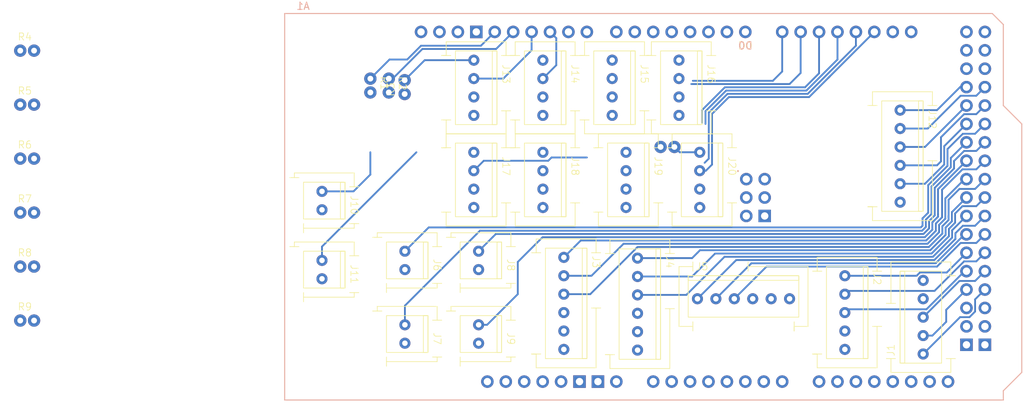
<source format=kicad_pcb>
(kicad_pcb (version 20240108) (generator "pcbnew") (generator_version "8.0")
  (layers (0 "F.Cu" signal) (31 "B.Cu" signal) (34 "B.Paste" user) (35 "F.Paste" user) (36 "B.SilkS" user "B.Silkscreen") (37 "F.SilkS" user "F.Silkscreen") (38 "B.Mask" user) (39 "F.Mask" user) (44 "Edge.Cuts" user))
  (net 0 "")
  (net 23 "KD1")
  (net 24 "Net-(A1-PadD42)")
  (net 25 "KD7")
  (net 26 "Net-(A1-PadD5)")
  (net 27 "Net-(A1-D3_INT1)")
  (net 28 "Net-(A1-PadD33)")
  (net 29 "Net-(A1-PadD27)")
  (net 30 "KD5")
  (net 31 "KD6")
  (net 32 "Net-(A1-PadD40)")
  (net 33 "Net-(A1-PadD30)")
  (net 34 "Net-(A1-PadD29)")
  (net 35 "Net-(A1-PadD9)")
  (net 36 "KD8")
  (net 37 "Net-(A1-PadD31)")
  (net 38 "Net-(A1-PadD35)")
  (net 39 "Net-(A1-PadD6)")
  (net 40 "Net-(A1-PadD36)")
  (net 47 "KD4")
  (net 48 "Net-(A1-PadD41)")
  (net 49 "Net-(A1-PadD4)")
  (net 50 "Net-(A1-PadD39)")
  (net 51 "Net-(A1-PadD8)")
  (net 52 "LED2")
  (net 53 "KD2")
  (net 54 "Net-(A1-D2_INT0)")
  (net 55 "Net-(A1-PadD32)")
  (net 56 "Net-(A1-PadD43)")
  (net 57 "Net-(A1-PadD28)")
  (net 58 "Net-(A1-PadD7)")
  (net 59 "LED1")
  (net 60 "Net-(A1-PadD26)")
  (net 62 "Net-(A1-PadD48)")
  (net 63 "Net-(A1-PadD47)")
  (net 64 "Net-(A1-PadD49)")
  (net 65 "Net-(A1-PadD45)")
  (net 68 "GND")
  (net 79 "Net-(A1-PadD46)")
  (net 80 "Net-(A1-PadD44)")
  (net 81 "KD3")
  (net 82 "Net-(A1-PadD37)")
  (net 83 "VCC")
  (net 84 "Net-(A1-PadD38)")
  (net 85 "Net-(A1-PadD34)")
  (net 87 "Net-(J10-Pad1)")
  (net 88 "Net-(J10-Pad2)")
  (net 89 "Net-(J11-Pad1)")
  (net 90 "Net-(J13-Pad1)")
  (net 91 "Net-(J14-Pad1)")
  (net 92 "Net-(J15-Pad1)")
  (net 93 "Net-(J16-Pad1)")
  (net 94 "Net-(J17-Pad1)")
  (net 95 "Net-(J18-Pad1)")
  (net 96 "Net-(J19-Pad1)")
  (net 97 "Net-(J20-Pad1)")
  (footprint "footprint_library:TE Conn - 640456-4" (layer "F.Cu") (at 125.388614 69.940957 -90)
    (property "Reference" "J13" (at 4.445 -8.255 -90) (layer "F.SilkS") (effects (font (thickness 0.1))))
    (property "Value" "KD_N1")
    (pad "1" thru_hole circle (at 2.54 -3.81 270) (size 1.524 1.524) (drill 0.762) (layers "*.Cu" "*.Mask") (net 90 "Net-(J13-Pad1)"))
    (pad "2" thru_hole circle (at 5.08 -3.81 270) (size 1.524 1.524) (drill 0.762) (layers "*.Cu" "*.Mask") (net 23 "KD1"))
    (pad "3" thru_hole circle (at 7.62 -3.81 270) (size 1.524 1.524) (drill 0.762) (layers "*.Cu" "*.Mask") (net 68 "GND"))
    (pad "4" thru_hole circle (at 10.16 -3.81 270) (size 1.524 1.524) (drill 0.762) (layers "*.Cu" "*.Mask") (net 68 "GND"))
  )
  (footprint "footprint_library:TE Conn - 640456-6" (layer "F.Cu") (at 137.795 97.155 -90)
    (property "Reference" "J3" (at 3.175 -8.255 -90) (layer "F.SilkS") (effects (font (thickness 0.1))))
    (property "Value" "ENC_HDG")
    (pad "1" thru_hole circle (at 2.54 -3.81 270) (size 1.524 1.524) (drill 0.762) (layers "*.Cu" "*.Mask") (net 38 "Net-(A1-PadD35)"))
    (pad "2" thru_hole circle (at 5.08 -3.81 270) (size 1.524 1.524) (drill 0.762) (layers "*.Cu" "*.Mask") (net 40 "Net-(A1-PadD36)"))
    (pad "3" thru_hole circle (at 7.62 -3.81 270) (size 1.524 1.524) (drill 0.762) (layers "*.Cu" "*.Mask") (net 82 "Net-(A1-PadD37)"))
    (pad "4" thru_hole circle (at 10.16 -3.81 270) (size 1.524 1.524) (drill 0.762) (layers "*.Cu" "*.Mask") (net 68 "GND"))
    (pad "5" thru_hole circle (at 12.7 -3.81 270) (size 1.524 1.524) (drill 0.762) (layers "*.Cu" "*.Mask") (net 68 "GND"))
    (pad "6" thru_hole circle (at 15.24 -3.81 270) (size 1.524 1.524) (drill 0.762) (layers "*.Cu" "*.Mask") (net 68 "GND"))
  )
  (footprint "footprint_library:xs resistor PT" (layer "F.Cu") (at 64.135 73.705)
    (property "Reference" "R4" (at 3.175 -4.445 0) (layer "F.SilkS") (effects (font (thickness 0.1))))
    (property "Value" "100R")
    (pad "1" thru_hole circle (at 2.54 -2.54) (size 1.7 1.7) (drill 0.8) (layers "*.Cu" "*.Mask") (net 27 "Net-(A1-D3_INT1)"))
    (pad "2" thru_hole circle (at 4.445 -2.54) (size 1.7 1.7) (drill 0.8) (layers "*.Cu" "*.Mask") (net 91 "Net-(J14-Pad1)"))
  )
  (footprint "footprint_library:TE Conn - 640456-2" (layer "F.Cu") (at 126.0475 96.3025 -90)
    (property "Reference" "J8" (at 4.445 -8.255 -90) (layer "F.SilkS") (effects (font (thickness 0.1))))
    (property "Value" "PSH_CO")
    (pad "1" thru_hole circle (at 2.54 -3.81 270) (size 1.524 1.524) (drill 0.762) (layers "*.Cu" "*.Mask") (net 28 "Net-(A1-PadD33)"))
    (pad "2" thru_hole circle (at 5.08 -3.81 270) (size 1.524 1.524) (drill 0.762) (layers "*.Cu" "*.Mask") (net 68 "GND"))
  )
  (footprint "footprint_library:xs resistor PT" (layer "F.Cu") (at 64.135 88.605)
    (property "Reference" "R6" (at 3.175 -4.445 0) (layer "F.SilkS") (effects (font (thickness 0.1))))
    (property "Value" "100R")
    (pad "1" thru_hole circle (at 2.54 -2.54) (size 1.7 1.7) (drill 0.8) (layers "*.Cu" "*.Mask") (net 26 "Net-(A1-PadD5)"))
    (pad "2" thru_hole circle (at 4.445 -2.54) (size 1.7 1.7) (drill 0.8) (layers "*.Cu" "*.Mask") (net 93 "Net-(J16-Pad1)"))
  )
  (footprint "footprint_library:TE Conn - 640456-4" (layer "F.Cu") (at 144.459602 69.936327 -90)
    (property "Reference" "J15" (at 4.445 -8.255 -90) (layer "F.SilkS") (effects (font (thickness 0.1))))
    (property "Value" "KD_LVL_CHG")
    (pad "1" thru_hole circle (at 2.54 -3.81 270) (size 1.524 1.524) (drill 0.762) (layers "*.Cu" "*.Mask") (net 92 "Net-(J15-Pad1)"))
    (pad "2" thru_hole circle (at 5.08 -3.81 270) (size 1.524 1.524) (drill 0.762) (layers "*.Cu" "*.Mask") (net 81 "KD3"))
    (pad "3" thru_hole circle (at 7.62 -3.81 270) (size 1.524 1.524) (drill 0.762) (layers "*.Cu" "*.Mask") (net 68 "GND"))
    (pad "4" thru_hole circle (at 10.16 -3.81 270) (size 1.524 1.524) (drill 0.762) (layers "*.Cu" "*.Mask") (net 68 "GND"))
  )
  (footprint "PCM_arduino-library:Arduino_Mega2560_R3_Shield" (layer "F.Cu") (at 103.124 119.38)
    (property "Reference" "A1" (at 2.54 -54.356 0) (layer "B.SilkS") (effects (justify mirror)))
    (property "Value" "Arduino_Mega2560_R3_Shield")
    (fp_text user "D0" (at 63.5 -48.895 0) (layer "B.SilkS") (effects (justify mirror)))
    (fp_text user "." (at 62.484 -32.004 0) (layer "B.SilkS"))
    (fp_text user "D0" (at 63.5 -48.895 0) (layer "F.SilkS"))
    (fp_text user "." (at 62.484 -32.004 0) (layer "F.SilkS"))
    (pad "" np_thru_hole circle (at 13.97 -2.54) (size 3.2 3.2) (drill 3.2) (layers "*.Cu" "*.Mask"))
    (pad "" np_thru_hole circle (at 15.24 -50.8) (size 3.2 3.2) (drill 3.2) (layers "*.Cu" "*.Mask"))
    (pad "" thru_hole oval (at 27.94 -2.54) (size 1.7272 1.7272) (drill 1.016) (layers "*.Cu" "*.Mask"))
    (pad "" np_thru_hole circle (at 66.04 -35.56) (size 3.2 3.2) (drill 3.2) (layers "*.Cu" "*.Mask"))
    (pad "" np_thru_hole circle (at 66.04 -7.62) (size 3.2 3.2) (drill 3.2) (layers "*.Cu" "*.Mask"))
    (pad "" np_thru_hole circle (at 90.17 -50.8) (size 3.2 3.2) (drill 3.2) (layers "*.Cu" "*.Mask"))
    (pad "" np_thru_hole circle (at 96.52 -2.54) (size 3.2 3.2) (drill 3.2) (layers "*.Cu" "*.Mask"))
    (pad "3V3" thru_hole oval (at 35.56 -2.54) (size 1.7272 1.7272) (drill 1.016) (layers "*.Cu" "*.Mask"))
    (pad "5V1" thru_hole oval (at 38.1 -2.54) (size 1.7272 1.7272) (drill 1.016) (layers "*.Cu" "*.Mask"))
    (pad "5V2" thru_hole oval (at 66.167 -30.48) (size 1.7272 1.7272) (drill 1.016) (layers "*.Cu" "*.Mask"))
    (pad "5V3" thru_hole oval (at 93.98 -50.8) (size 1.7272 1.7272) (drill 1.016) (layers "*.Cu" "*.Mask") (net 83 "VCC"))
    (pad "5V4" thru_hole oval (at 96.52 -50.8) (size 1.7272 1.7272) (drill 1.016) (layers "*.Cu" "*.Mask"))
    (pad "A0" thru_hole oval (at 50.8 -2.54) (size 1.7272 1.7272) (drill 1.016) (layers "*.Cu" "*.Mask"))
    (pad "A1" thru_hole oval (at 53.34 -2.54) (size 1.7272 1.7272) (drill 1.016) (layers "*.Cu" "*.Mask"))
    (pad "A2" thru_hole oval (at 55.88 -2.54) (size 1.7272 1.7272) (drill 1.016) (layers "*.Cu" "*.Mask"))
    (pad "A3" thru_hole oval (at 58.42 -2.54) (size 1.7272 1.7272) (drill 1.016) (layers "*.Cu" "*.Mask"))
    (pad "A4" thru_hole oval (at 60.96 -2.54) (size 1.7272 1.7272) (drill 1.016) (layers "*.Cu" "*.Mask"))
    (pad "A5" thru_hole oval (at 63.5 -2.54) (size 1.7272 1.7272) (drill 1.016) (layers "*.Cu" "*.Mask"))
    (pad "A6" thru_hole oval (at 66.04 -2.54) (size 1.7272 1.7272) (drill 1.016) (layers "*.Cu" "*.Mask"))
    (pad "A7" thru_hole oval (at 68.58 -2.54) (size 1.7272 1.7272) (drill 1.016) (layers "*.Cu" "*.Mask"))
    (pad "A8" thru_hole oval (at 73.66 -2.54) (size 1.7272 1.7272) (drill 1.016) (layers "*.Cu" "*.Mask"))
    (pad "A9" thru_hole oval (at 76.2 -2.54) (size 1.7272 1.7272) (drill 1.016) (layers "*.Cu" "*.Mask"))
    (pad "A10" thru_hole oval (at 78.74 -2.54) (size 1.7272 1.7272) (drill 1.016) (layers "*.Cu" "*.Mask"))
    (pad "A11" thru_hole oval (at 81.28 -2.54) (size 1.7272 1.7272) (drill 1.016) (layers "*.Cu" "*.Mask"))
    (pad "A12" thru_hole oval (at 83.82 -2.54) (size 1.7272 1.7272) (drill 1.016) (layers "*.Cu" "*.Mask"))
    (pad "A13" thru_hole oval (at 86.36 -2.54) (size 1.7272 1.7272) (drill 1.016) (layers "*.Cu" "*.Mask"))
    (pad "A14" thru_hole oval (at 88.9 -2.54) (size 1.7272 1.7272) (drill 1.016) (layers "*.Cu" "*.Mask"))
    (pad "A15" thru_hole oval (at 91.44 -2.54) (size 1.7272 1.7272) (drill 1.016) (layers "*.Cu" "*.Mask"))
    (pad "AREF" thru_hole oval (at 23.876 -50.8) (size 1.7272 1.7272) (drill 1.016) (layers "*.Cu" "*.Mask"))
    (pad "D0" thru_hole oval (at 63.5 -50.8) (size 1.7272 1.7272) (drill 1.016) (layers "*.Cu" "*.Mask"))
    (pad "D1" thru_hole oval (at 60.96 -50.8) (size 1.7272 1.7272) (drill 1.016) (layers "*.Cu" "*.Mask"))
    (pad "D2" thru_hole oval (at 58.42 -50.8) (size 1.7272 1.7272) (drill 1.016) (layers "*.Cu" "*.Mask") (net 54 "Net-(A1-D2_INT0)"))
    (pad "D3" thru_hole oval (at 55.88 -50.8) (size 1.7272 1.7272) (drill 1.016) (layers "*.Cu" "*.Mask") (net 27 "Net-(A1-D3_INT1)"))
    (pad "D4" thru_hole oval (at 53.34 -50.8) (size 1.7272 1.7272) (drill 1.016) (layers "*.Cu" "*.Mask") (net 49 "Net-(A1-PadD4)"))
    (pad "D5" thru_hole oval (at 50.8 -50.8) (size 1.7272 1.7272) (drill 1.016) (layers "*.Cu" "*.Mask") (net 26 "Net-(A1-PadD5)"))
    (pad "D6" thru_hole oval (at 48.26 -50.8) (size 1.7272 1.7272) (drill 1.016) (layers "*.Cu" "*.Mask") (net 39 "Net-(A1-PadD6)"))
    (pad "D7" thru_hole oval (at 45.72 -50.8) (size 1.7272 1.7272) (drill 1.016) (layers "*.Cu" "*.Mask") (net 58 "Net-(A1-PadD7)"))
    (pad "D8" thru_hole oval (at 41.656 -50.8) (size 1.7272 1.7272) (drill 1.016) (layers "*.Cu" "*.Mask") (net 51 "Net-(A1-PadD8)"))
    (pad "D9" thru_hole oval (at 39.116 -50.8) (size 1.7272 1.7272) (drill 1.016) (layers "*.Cu" "*.Mask") (net 35 "Net-(A1-PadD9)"))
    (pad "D10" thru_hole oval (at 36.576 -50.8) (size 1.7272 1.7272) (drill 1.016) (layers "*.Cu" "*.Mask") (net 53 "KD2"))
    (pad "D11" thru_hole oval (at 34.036 -50.8) (size 1.7272 1.7272) (drill 1.016) (layers "*.Cu" "*.Mask") (net 23 "KD1"))
    (pad "D12" thru_hole oval (at 31.496 -50.8) (size 1.7272 1.7272) (drill 1.016) (layers "*.Cu" "*.Mask") (net 52 "LED2"))
    (pad "D13" thru_hole oval (at 28.956 -50.8) (size 1.7272 1.7272) (drill 1.016) (layers "*.Cu" "*.Mask") (net 59 "LED1"))
    (pad "D14" thru_hole oval (at 68.58 -50.8) (size 1.7272 1.7272) (drill 1.016) (layers "*.Cu" "*.Mask") (net 81 "KD3"))
    (pad "D15" thru_hole oval (at 71.12 -50.8) (size 1.7272 1.7272) (drill 1.016) (layers "*.Cu" "*.Mask") (net 47 "KD4"))
    (pad "D16" thru_hole oval (at 73.66 -50.8) (size 1.7272 1.7272) (drill 1.016) (layers "*.Cu" "*.Mask") (net 30 "KD5"))
    (pad "D17" thru_hole oval (at 76.2 -50.8) (size 1.7272 1.7272) (drill 1.016) (layers "*.Cu" "*.Mask") (net 31 "KD6"))
    (pad "D18" thru_hole oval (at 78.74 -50.8) (size 1.7272 1.7272) (drill 1.016) (layers "*.Cu" "*.Mask") (net 25 "KD7"))
    (pad "D19" thru_hole oval (at 81.28 -50.8) (size 1.7272 1.7272) (drill 1.016) (layers "*.Cu" "*.Mask") (net 36 "KD8"))
    (pad "D20" thru_hole oval (at 83.82 -50.8) (size 1.7272 1.7272) (drill 1.016) (layers "*.Cu" "*.Mask"))
    (pad "D21" thru_hole oval (at 86.36 -50.8) (size 1.7272 1.7272) (drill 1.016) (layers "*.Cu" "*.Mask"))
    (pad "D22" thru_hole oval (at 93.98 -48.26) (size 1.7272 1.7272) (drill 1.016) (layers "*.Cu" "*.Mask"))
    (pad "D23" thru_hole oval (at 96.52 -48.26) (size 1.7272 1.7272) (drill 1.016) (layers "*.Cu" "*.Mask"))
    (pad "D24" thru_hole oval (at 93.98 -45.72) (size 1.7272 1.7272) (drill 1.016) (layers "*.Cu" "*.Mask"))
    (pad "D25" thru_hole oval (at 96.52 -45.72) (size 1.7272 1.7272) (drill 1.016) (layers "*.Cu" "*.Mask"))
    (pad "D26" thru_hole oval (at 93.98 -43.18) (size 1.7272 1.7272) (drill 1.016) (layers "*.Cu" "*.Mask") (net 60 "Net-(A1-PadD26)"))
    (pad "D27" thru_hole oval (at 96.52 -43.18) (size 1.7272 1.7272) (drill 1.016) (layers "*.Cu" "*.Mask") (net 29 "Net-(A1-PadD27)"))
    (pad "D28" thru_hole oval (at 93.98 -40.64) (size 1.7272 1.7272) (drill 1.016) (layers "*.Cu" "*.Mask") (net 57 "Net-(A1-PadD28)"))
    (pad "D29" thru_hole oval (at 96.52 -40.64) (size 1.7272 1.7272) (drill 1.016) (layers "*.Cu" "*.Mask") (net 34 "Net-(A1-PadD29)"))
    (pad "D30" thru_hole oval (at 93.98 -38.1) (size 1.7272 1.7272) (drill 1.016) (layers "*.Cu" "*.Mask") (net 33 "Net-(A1-PadD30)"))
    (pad "D31" thru_hole oval (at 96.52 -38.1) (size 1.7272 1.7272) (drill 1.016) (layers "*.Cu" "*.Mask") (net 37 "Net-(A1-PadD31)"))
    (pad "D32" thru_hole oval (at 93.98 -35.56) (size 1.7272 1.7272) (drill 1.016) (layers "*.Cu" "*.Mask") (net 55 "Net-(A1-PadD32)"))
    (pad "D33" thru_hole oval (at 96.52 -35.56) (size 1.7272 1.7272) (drill 1.016) (layers "*.Cu" "*.Mask") (net 28 "Net-(A1-PadD33)"))
    (pad "D34" thru_hole oval (at 93.98 -33.02) (size 1.7272 1.7272) (drill 1.016) (layers "*.Cu" "*.Mask") (net 85 "Net-(A1-PadD34)"))
    (pad "D35" thru_hole oval (at 96.52 -33.02) (size 1.7272 1.7272) (drill 1.016) (layers "*.Cu" "*.Mask") (net 38 "Net-(A1-PadD35)"))
    (pad "D36" thru_hole oval (at 93.98 -30.48) (size 1.7272 1.7272) (drill 1.016) (layers "*.Cu" "*.Mask") (net 40 "Net-(A1-PadD36)"))
    (pad "D37" thru_hole oval (at 96.52 -30.48) (size 1.7272 1.7272) (drill 1.016) (layers "*.Cu" "*.Mask") (net 82 "Net-(A1-PadD37)"))
    (pad "D38" thru_hole oval (at 93.98 -27.94) (size 1.7272 1.7272) (drill 1.016) (layers "*.Cu" "*.Mask") (net 84 "Net-(A1-PadD38)"))
    (pad "D39" thru_hole oval (at 96.52 -27.94) (size 1.7272 1.7272) (drill 1.016) (layers "*.Cu" "*.Mask") (net 50 "Net-(A1-PadD39)"))
    (pad "D40" thru_hole oval (at 93.98 -25.4) (size 1.7272 1.7272) (drill 1.016) (layers "*.Cu" "*.Mask") (net 32 "Net-(A1-PadD40)"))
    (pad "D41" thru_hole oval (at 96.52 -25.4) (size 1.7272 1.7272) (drill 1.016) (layers "*.Cu" "*.Mask") (net 48 "Net-(A1-PadD41)"))
    (pad "D42" thru_hole oval (at 93.98 -22.86) (size 1.7272 1.7272) (drill 1.016) (layers "*.Cu" "*.Mask") (net 24 "Net-(A1-PadD42)"))
    (pad "D43" thru_hole oval (at 96.52 -22.86) (size 1.7272 1.7272) (drill 1.016) (layers "*.Cu" "*.Mask") (net 56 "Net-(A1-PadD43)"))
    (pad "D44" thru_hole oval (at 93.98 -20.32) (size 1.7272 1.7272) (drill 1.016) (layers "*.Cu" "*.Mask") (net 80 "Net-(A1-PadD44)"))
    (pad "D45" thru_hole oval (at 96.52 -20.32) (size 1.7272 1.7272) (drill 1.016) (layers "*.Cu" "*.Mask") (net 65 "Net-(A1-PadD45)"))
    (pad "D46" thru_hole oval (at 93.98 -17.78) (size 1.7272 1.7272) (drill 1.016) (layers "*.Cu" "*.Mask") (net 79 "Net-(A1-PadD46)"))
    (pad "D47" thru_hole oval (at 96.52 -17.78) (size 1.7272 1.7272) (drill 1.016) (layers "*.Cu" "*.Mask") (net 63 "Net-(A1-PadD47)"))
    (pad "D48" thru_hole oval (at 93.98 -15.24) (size 1.7272 1.7272) (drill 1.016) (layers "*.Cu" "*.Mask") (net 62 "Net-(A1-PadD48)"))
    (pad "D49" thru_hole oval (at 96.52 -15.24) (size 1.7272 1.7272) (drill 1.016) (layers "*.Cu" "*.Mask") (net 64 "Net-(A1-PadD49)"))
    (pad "D50" thru_hole oval (at 93.98 -12.7) (size 1.7272 1.7272) (drill 1.016) (layers "*.Cu" "*.Mask"))
    (pad "D51" thru_hole oval (at 96.52 -12.7) (size 1.7272 1.7272) (drill 1.016) (layers "*.Cu" "*.Mask"))
    (pad "D52" thru_hole oval (at 93.98 -10.16) (size 1.7272 1.7272) (drill 1.016) (layers "*.Cu" "*.Mask"))
    (pad "D53" thru_hole oval (at 96.52 -10.16) (size 1.7272 1.7272) (drill 1.016) (layers "*.Cu" "*.Mask"))
    (pad "GND1" thru_hole rect (at 26.416 -50.8) (size 1.7272 1.7272) (drill 1.016) (layers "*.Cu" "*.Mask") (net 68 "GND"))
    (pad "GND2" thru_hole rect (at 40.64 -2.54) (size 1.7272 1.7272) (drill 1.016) (layers "*.Cu" "*.Mask") (net 68 "GND"))
    (pad "GND3" thru_hole rect (at 43.18 -2.54) (size 1.7272 1.7272) (drill 1.016) (layers "*.Cu" "*.Mask") (net 68 "GND"))
    (pad "GND4" thru_hole rect (at 66.167 -25.4) (size 1.7272 1.7272) (drill 1.016) (layers "*.Cu" "*.Mask") (net 68 "GND"))
    (pad "GND5" thru_hole rect (at 93.98 -7.62) (size 1.7272 1.7272) (drill 1.016) (layers "*.Cu" "*.Mask") (net 68 "GND"))
    (pad "GND6" thru_hole rect (at 96.52 -7.62) (size 1.7272 1.7272) (drill 1.016) (layers "*.Cu" "*.Mask") (net 68 "GND"))
    (pad "IORF" thru_hole oval (at 30.48 -2.54) (size 1.7272 1.7272) (drill 1.016) (layers "*.Cu" "*.Mask"))
    (pad "MISO" thru_hole oval (at 63.627 -30.48) (size 1.7272 1.7272) (drill 1.016) (layers "*.Cu" "*.Mask"))
    (pad "MOSI" thru_hole oval (at 66.167 -27.94) (size 1.7272 1.7272) (drill 1.016) (layers "*.Cu" "*.Mask"))
    (pad "RST1" thru_hole oval (at 33.02 -2.54) (size 1.7272 1.7272) (drill 1.016) (layers "*.Cu" "*.Mask"))
    (pad "RST2" thru_hole oval (at 63.627 -25.4) (size 1.7272 1.7272) (drill 1.016) (layers "*.Cu" "*.Mask"))
    (pad "SCK" thru_hole oval (at 63.627 -27.94) (size 1.7272 1.7272) (drill 1.016) (layers "*.Cu" "*.Mask"))
    (pad "SCL" thru_hole oval (at 18.796 -50.8) (size 1.7272 1.7272) (drill 1.016) (layers "*.Cu" "*.Mask"))
    (pad "SDA" thru_hole oval (at 21.336 -50.8) (size 1.7272 1.7272) (drill 1.016) (layers "*.Cu" "*.Mask"))
    (pad "VIN" thru_hole oval (at 45.72 -2.54) (size 1.7272 1.7272) (drill 1.016) (layers "*.Cu" "*.Mask"))
  )
  (footprint "footprint_library:TE Conn - 640456-4" (layer "F.Cu") (at 134.909516 82.654838 -90)
    (property "Reference" "J18" (at 4.445 -8.255 -90) (layer "F.SilkS") (effects (font (thickness 0.1))))
    (property "Value" "KD_APP")
    (pad "1" thru_hole circle (at 2.54 -3.81 270) (size 1.524 1.524) (drill 0.762) (layers "*.Cu" "*.Mask") (net 95 "Net-(J18-Pad1)"))
    (pad "2" thru_hole circle (at 5.08 -3.81 270) (size 1.524 1.524) (drill 0.762) (layers "*.Cu" "*.Mask") (net 31 "KD6"))
    (pad "3" thru_hole circle (at 7.62 -3.81 270) (size 1.524 1.524) (drill 0.762) (layers "*.Cu" "*.Mask") (net 68 "GND"))
    (pad "4" thru_hole circle (at 10.16 -3.81 270) (size 1.524 1.524) (drill 0.762) (layers "*.Cu" "*.Mask") (net 68 "GND"))
  )
  (footprint "footprint_library:TE Conn - 640456-4" (layer "F.Cu") (at 146.3675 82.65 -90)
    (property "Reference" "J19" (at 4.445 -8.255 -90) (layer "F.SilkS") (effects (font (thickness 0.1))))
    (property "Value" "KD_VOR_LOC")
    (pad "1" thru_hole circle (at 2.54 -3.81 270) (size 1.524 1.524) (drill 0.762) (layers "*.Cu" "*.Mask") (net 96 "Net-(J19-Pad1)"))
    (pad "2" thru_hole circle (at 5.08 -3.81 270) (size 1.524 1.524) (drill 0.762) (layers "*.Cu" "*.Mask") (net 25 "KD7"))
    (pad "3" thru_hole circle (at 7.62 -3.81 270) (size 1.524 1.524) (drill 0.762) (layers "*.Cu" "*.Mask") (net 68 "GND"))
    (pad "4" thru_hole circle (at 10.16 -3.81 270) (size 1.524 1.524) (drill 0.762) (layers "*.Cu" "*.Mask") (net 68 "GND"))
  )
  (footprint "footprint_library:TE Conn - 640456-2" (layer "F.Cu") (at 115.8875 106.4625 -90)
    (property "Reference" "J7" (at 4.445 -8.255 -90) (layer "F.SilkS") (effects (font (thickness 0.1))))
    (property "Value" "SEL_AT")
    (pad "1" thru_hole circle (at 2.54 -3.81 270) (size 1.524 1.524) (drill 0.762) (layers "*.Cu" "*.Mask") (net 55 "Net-(A1-PadD32)"))
    (pad "2" thru_hole circle (at 5.08 -3.81 270) (size 1.524 1.524) (drill 0.762) (layers "*.Cu" "*.Mask") (net 68 "GND"))
  )
  (footprint "footprint_library:TE Conn - 640456-4" (layer "F.Cu") (at 125.384614 82.654449 -90)
    (property "Reference" "J17" (at 4.445 -8.255 -90) (layer "F.SilkS") (effects (font (thickness 0.1))))
    (property "Value" "KD_HDG_SEL")
    (pad "1" thru_hole circle (at 2.54 -3.81 270) (size 1.524 1.524) (drill 0.762) (layers "*.Cu" "*.Mask") (net 94 "Net-(J17-Pad1)"))
    (pad "2" thru_hole circle (at 5.08 -3.81 270) (size 1.524 1.524) (drill 0.762) (layers "*.Cu" "*.Mask") (net 30 "KD5"))
    (pad "3" thru_hole circle (at 7.62 -3.81 270) (size 1.524 1.524) (drill 0.762) (layers "*.Cu" "*.Mask") (net 68 "GND"))
    (pad "4" thru_hole circle (at 10.16 -3.81 270) (size 1.524 1.524) (drill 0.762) (layers "*.Cu" "*.Mask") (net 68 "GND"))
  )
  (footprint "footprint_library:TE Conn - 640456-6" (layer "F.Cu") (at 157.48 109.22)
    (property "Reference" "J5" (at 3.175 -8.255 0) (layer "F.SilkS") (effects (font (thickness 0.1))))
    (property "Value" "ENC_CSE")
    (pad "1" thru_hole circle (at 2.54 -3.81) (size 1.524 1.524) (drill 0.762) (layers "*.Cu" "*.Mask") (net 48 "Net-(A1-PadD41)"))
    (pad "2" thru_hole circle (at 5.08 -3.81) (size 1.524 1.524) (drill 0.762) (layers "*.Cu" "*.Mask") (net 24 "Net-(A1-PadD42)"))
    (pad "3" thru_hole circle (at 7.62 -3.81) (size 1.524 1.524) (drill 0.762) (layers "*.Cu" "*.Mask") (net 56 "Net-(A1-PadD43)"))
    (pad "4" thru_hole circle (at 10.16 -3.81) (size 1.524 1.524) (drill 0.762) (layers "*.Cu" "*.Mask") (net 68 "GND"))
    (pad "5" thru_hole circle (at 12.7 -3.81) (size 1.524 1.524) (drill 0.762) (layers "*.Cu" "*.Mask") (net 68 "GND"))
    (pad "6" thru_hole circle (at 15.24 -3.81) (size 1.524 1.524) (drill 0.762) (layers "*.Cu" "*.Mask") (net 68 "GND"))
  )
  (footprint "footprint_library:xs resistor PT" (layer "F.Cu") (at 64.135 103.505)
    (property "Reference" "R8" (at 3.175 -4.445 0) (layer "F.SilkS") (effects (font (thickness 0.1))))
    (property "Value" "100R")
    (pad "1" thru_hole circle (at 2.54 -2.54) (size 1.7 1.7) (drill 0.8) (layers "*.Cu" "*.Mask") (net 58 "Net-(A1-PadD7)"))
    (pad "2" thru_hole circle (at 4.445 -2.54) (size 1.7 1.7) (drill 0.8) (layers "*.Cu" "*.Mask") (net 95 "Net-(J18-Pad1)"))
  )
  (footprint "footprint_library:TE Conn - 640456-6" (layer "F.Cu") (at 184.15 76.835 -90)
    (property "Reference" "J12" (at 3.81 -8.255 -90) (layer "F.SilkS") (effects (font (thickness 0.1))))
    (property "Value" "NPS_BANK_ANGLE")
    (pad "1" thru_hole circle (at 2.54 -3.81 270) (size 1.524 1.524) (drill 0.762) (layers "*.Cu" "*.Mask") (net 60 "Net-(A1-PadD26)"))
    (pad "2" thru_hole circle (at 5.08 -3.81 270) (size 1.524 1.524) (drill 0.762) (layers "*.Cu" "*.Mask") (net 29 "Net-(A1-PadD27)"))
    (pad "3" thru_hole circle (at 7.62 -3.81 270) (size 1.524 1.524) (drill 0.762) (layers "*.Cu" "*.Mask") (net 57 "Net-(A1-PadD28)"))
    (pad "4" thru_hole circle (at 10.16 -3.81 270) (size 1.524 1.524) (drill 0.762) (layers "*.Cu" "*.Mask") (net 34 "Net-(A1-PadD29)"))
    (pad "5" thru_hole circle (at 12.7 -3.81 270) (size 1.524 1.524) (drill 0.762) (layers "*.Cu" "*.Mask") (net 33 "Net-(A1-PadD30)"))
    (pad "6" thru_hole circle (at 15.24 -3.81 270) (size 1.524 1.524) (drill 0.762) (layers "*.Cu" "*.Mask") (net 68 "GND"))
  )
  (footprint "footprint_library:TE Conn - 640456-2" (layer "F.Cu") (at 126.0475 106.4625 -90)
    (property "Reference" "J9" (at 4.445 -8.255 -90) (layer "F.SilkS") (effects (font (thickness 0.1))))
    (property "Value" "PSH_SPD_INTV")
    (pad "1" thru_hole circle (at 2.54 -3.81 270) (size 1.524 1.524) (drill 0.762) (layers "*.Cu" "*.Mask") (net 85 "Net-(A1-PadD34)"))
    (pad "2" thru_hole circle (at 5.08 -3.81 270) (size 1.524 1.524) (drill 0.762) (layers "*.Cu" "*.Mask") (net 68 "GND"))
  )
  (footprint "footprint_library:xs resistor PT" (layer "F.Cu") (at 152.4 86.995)
    (property "Reference" "R10" (hide yes))
    (property "Value" "100R" (hide yes))
    (pad "1" thru_hole circle (at 2.54 -2.54) (size 1.7 1.7) (drill 0.8) (layers "*.Cu" "*.Mask") (net 35 "Net-(A1-PadD9)"))
    (pad "2" thru_hole circle (at 4.445 -2.54) (size 1.7 1.7) (drill 0.8) (layers "*.Cu" "*.Mask") (net 97 "Net-(J20-Pad1)"))
  )
  (footprint "footprint_library:TE Conn - 640456-5" (layer "F.Cu") (at 176.53 99.695 -90)
    (property "Reference" "J2" (at 2.975 -8.255 -90) (layer "F.SilkS") (effects (font (thickness 0.1))))
    (property "Value" "7S_HDG")
    (pad "1" thru_hole circle (at 2.54 -3.81 270) (size 1.524 1.524) (drill 0.762) (layers "*.Cu" "*.Mask") (net 80 "Net-(A1-PadD44)"))
    (pad "2" thru_hole circle (at 5.08 -3.81 270) (size 1.524 1.524) (drill 0.762) (layers "*.Cu" "*.Mask") (net 65 "Net-(A1-PadD45)"))
    (pad "3" thru_hole circle (at 7.62 -3.81 270) (size 1.524 1.524) (drill 0.762) (layers "*.Cu" "*.Mask") (net 79 "Net-(A1-PadD46)"))
    (pad "4" thru_hole circle (at 10.16 -3.81 270) (size 1.524 1.524) (drill 0.762) (layers "*.Cu" "*.Mask") (net 83 "VCC"))
    (pad "5" thru_hole circle (at 12.7 -3.81 270) (size 1.524 1.524) (drill 0.762) (layers "*.Cu" "*.Mask") (net 68 "GND"))
  )
  (footprint "footprint_library:xs resistor PT" (layer "F.Cu") (at 122.2025 79.6925 90)
    (property "Reference" "R3" (at 3.175 -4.445 90) (layer "F.SilkS") (effects (font (thickness 0.1))))
    (property "Value" "100R")
    (pad "1" thru_hole circle (at 2.54 -2.54 90) (size 1.7 1.7) (drill 0.8) (layers "*.Cu" "*.Mask") (net 54 "Net-(A1-D2_INT0)"))
    (pad "2" thru_hole circle (at 4.445 -2.54 90) (size 1.7 1.7) (drill 0.8) (layers "*.Cu" "*.Mask") (net 90 "Net-(J13-Pad1)"))
  )
  (footprint "footprint_library:TE Conn - 640456-2" (layer "F.Cu") (at 104.4575 97.5725 -90)
    (property "Reference" "J11" (at 4.445 -8.255 -90) (layer "F.SilkS") (effects (font (thickness 0.1))))
    (property "Value" "LED_AT")
    (pad "1" thru_hole circle (at 2.54 -3.81 270) (size 1.524 1.524) (drill 0.762) (layers "*.Cu" "*.Mask") (net 89 "Net-(J11-Pad1)"))
    (pad "2" thru_hole circle (at 5.08 -3.81 270) (size 1.524 1.524) (drill 0.762) (layers "*.Cu" "*.Mask") (net 88 "Net-(J10-Pad2)"))
  )
  (footprint "footprint_library:TE Conn - 640456-6" (layer "F.Cu") (at 147.955 97.255 -90)
    (property "Reference" "J4" (at 3.075 -8.255 -90) (layer "F.SilkS") (effects (font (thickness 0.1))))
    (property "Value" "ENC_IAS")
    (pad "1" thru_hole circle (at 2.54 -3.81 270) (size 1.524 1.524) (drill 0.762) (layers "*.Cu" "*.Mask") (net 84 "Net-(A1-PadD38)"))
    (pad "2" thru_hole circle (at 5.08 -3.81 270) (size 1.524 1.524) (drill 0.762) (layers "*.Cu" "*.Mask") (net 50 "Net-(A1-PadD39)"))
    (pad "3" thru_hole circle (at 7.62 -3.81 270) (size 1.524 1.524) (drill 0.762) (layers "*.Cu" "*.Mask") (net 32 "Net-(A1-PadD40)"))
    (pad "4" thru_hole circle (at 10.16 -3.81 270) (size 1.524 1.524) (drill 0.762) (layers "*.Cu" "*.Mask") (net 68 "GND"))
    (pad "5" thru_hole circle (at 12.7 -3.81 270) (size 1.524 1.524) (drill 0.762) (layers "*.Cu" "*.Mask") (net 68 "GND"))
    (pad "6" thru_hole circle (at 15.24 -3.81 270) (size 1.524 1.524) (drill 0.762) (layers "*.Cu" "*.Mask") (net 68 "GND"))
  )
  (footprint "footprint_library:TE Conn - 640456-4" (layer "F.Cu") (at 134.900991 69.940957 -90)
    (property "Reference" "J14" (at 4.445 -8.255 -90) (layer "F.SilkS") (effects (font (thickness 0.1))))
    (property "Value" "KD_SPD")
    (pad "1" thru_hole circle (at 2.54 -3.81 270) (size 1.524 1.524) (drill 0.762) (layers "*.Cu" "*.Mask") (net 91 "Net-(J14-Pad1)"))
    (pad "2" thru_hole circle (at 5.08 -3.81 270) (size 1.524 1.524) (drill 0.762) (layers "*.Cu" "*.Mask") (net 53 "KD2"))
    (pad "3" thru_hole circle (at 7.62 -3.81 270) (size 1.524 1.524) (drill 0.762) (layers "*.Cu" "*.Mask") (net 68 "GND"))
    (pad "4" thru_hole circle (at 10.16 -3.81 270) (size 1.524 1.524) (drill 0.762) (layers "*.Cu" "*.Mask") (net 68 "GND"))
  )
  (footprint "footprint_library:xs resistor PT" (layer "F.Cu") (at 64.135 110.955)
    (property "Reference" "R9" (at 3.175 -4.445 0) (layer "F.SilkS") (effects (font (thickness 0.1))))
    (property "Value" "100R")
    (pad "1" thru_hole circle (at 2.54 -2.54) (size 1.7 1.7) (drill 0.8) (layers "*.Cu" "*.Mask") (net 51 "Net-(A1-PadD8)"))
    (pad "2" thru_hole circle (at 4.445 -2.54) (size 1.7 1.7) (drill 0.8) (layers "*.Cu" "*.Mask") (net 96 "Net-(J19-Pad1)"))
  )
  (footprint "footprint_library:TE Conn - 640456-5" (layer "F.Cu") (at 194.945 115.57 90)
    (property "Reference" "J1" (at 3.075 -8.255 90) (layer "F.SilkS") (effects (font (thickness 0.1))))
    (property "Value" "7S_CSE_IAS")
    (pad "1" thru_hole circle (at 2.54 -3.81 90) (size 1.524 1.524) (drill 0.762) (layers "*.Cu" "*.Mask") (net 64 "Net-(A1-PadD49)"))
    (pad "2" thru_hole circle (at 5.08 -3.81 90) (size 1.524 1.524) (drill 0.762) (layers "*.Cu" "*.Mask") (net 62 "Net-(A1-PadD48)"))
    (pad "3" thru_hole circle (at 7.62 -3.81 90) (size 1.524 1.524) (drill 0.762) (layers "*.Cu" "*.Mask") (net 63 "Net-(A1-PadD47)"))
    (pad "4" thru_hole circle (at 10.16 -3.81 90) (size 1.524 1.524) (drill 0.762) (layers "*.Cu" "*.Mask") (net 83 "VCC"))
    (pad "5" thru_hole circle (at 12.7 -3.81 90) (size 1.524 1.524) (drill 0.762) (layers "*.Cu" "*.Mask") (net 68 "GND"))
  )
  (footprint "footprint_library:TE Conn - 640456-2" (layer "F.Cu") (at 115.8875 96.3025 -90)
    (property "Reference" "J6" (at 4.445 -8.255 -90) (layer "F.SilkS") (effects (font (thickness 0.1))))
    (property "Value" "SEL_CPT_FD")
    (pad "1" thru_hole circle (at 2.54 -3.81 270) (size 1.524 1.524) (drill 0.762) (layers "*.Cu" "*.Mask") (net 37 "Net-(A1-PadD31)"))
    (pad "2" thru_hole circle (at 5.08 -3.81 270) (size 1.524 1.524) (drill 0.762) (layers "*.Cu" "*.Mask") (net 68 "GND"))
  )
  (footprint "footprint_library:xs resistor PT" (layer "F.Cu") (at 112.395 72.49 -90)
    (property "Reference" "R1" (at 3.175 -4.445 -90) (layer "F.SilkS") (effects (font (thickness 0.1))))
    (property "Value" "100R")
    (pad "1" thru_hole circle (at 2.54 -2.54 270) (size 1.7 1.7) (drill 0.8) (layers "*.Cu" "*.Mask") (net 59 "LED1"))
    (pad "2" thru_hole circle (at 4.445 -2.54 270) (size 1.7 1.7) (drill 0.8) (layers "*.Cu" "*.Mask") (net 87 "Net-(J10-Pad1)"))
  )
  (footprint "footprint_library:xs resistor PT" (layer "F.Cu") (at 64.135 81.155)
    (property "Reference" "R5" (at 3.175 -4.445 0) (layer "F.SilkS") (effects (font (thickness 0.1))))
    (property "Value" "100R")
    (pad "1" thru_hole circle (at 2.54 -2.54) (size 1.7 1.7) (drill 0.8) (layers "*.Cu" "*.Mask") (net 49 "Net-(A1-PadD4)"))
    (pad "2" thru_hole circle (at 4.445 -2.54) (size 1.7 1.7) (drill 0.8) (layers "*.Cu" "*.Mask") (net 92 "Net-(J15-Pad1)"))
  )
  (footprint "footprint_library:xs resistor PT" (layer "F.Cu") (at 114.935 72.49 -90)
    (property "Reference" "R2" (at 3.175 -4.445 -90) (layer "F.SilkS") (effects (font (thickness 0.1))))
    (property "Value" "100R")
    (pad "1" thru_hole circle (at 2.54 -2.54 270) (size 1.7 1.7) (drill 0.8) (layers "*.Cu" "*.Mask") (net 52 "LED2"))
    (pad "2" thru_hole circle (at 4.445 -2.54 270) (size 1.7 1.7) (drill 0.8) (layers "*.Cu" "*.Mask") (net 89 "Net-(J11-Pad1)"))
  )
  (footprint "footprint_library:xs resistor PT" (layer "F.Cu") (at 64.135 96.055)
    (property "Reference" "R7" (at 3.175 -4.445 0) (layer "F.SilkS") (effects (font (thickness 0.1))))
    (property "Value" "100R")
    (pad "1" thru_hole circle (at 2.54 -2.54) (size 1.7 1.7) (drill 0.8) (layers "*.Cu" "*.Mask") (net 39 "Net-(A1-PadD6)"))
    (pad "2" thru_hole circle (at 4.445 -2.54) (size 1.7 1.7) (drill 0.8) (layers "*.Cu" "*.Mask") (net 94 "Net-(J17-Pad1)"))
  )
  (footprint "footprint_library:TE Conn - 640456-4" (layer "F.Cu") (at 153.664545 69.937181 -90)
    (property "Reference" "J16" (at 4.445 -8.255 -90) (layer "F.SilkS") (effects (font (thickness 0.1))))
    (property "Value" "KD_VNAV")
    (pad "1" thru_hole circle (at 2.54 -3.81 270) (size 1.524 1.524) (drill 0.762) (layers "*.Cu" "*.Mask") (net 93 "Net-(J16-Pad1)"))
    (pad "2" thru_hole circle (at 5.08 -3.81 270) (size 1.524 1.524) (drill 0.762) (layers "*.Cu" "*.Mask") (net 47 "KD4"))
    (pad "3" thru_hole circle (at 7.62 -3.81 270) (size 1.524 1.524) (drill 0.762) (layers "*.Cu" "*.Mask") (net 68 "GND"))
    (pad "4" thru_hole circle (at 10.16 -3.81 270) (size 1.524 1.524) (drill 0.762) (layers "*.Cu" "*.Mask") (net 68 "GND"))
  )
  (footprint "footprint_library:TE Conn - 640456-2" (layer "F.Cu") (at 104.4575 88.0475 -90)
    (property "Reference" "J10" (at 4.445 -8.255 -90) (layer "F.SilkS") (effects (font (thickness 0.1))))
    (property "Value" "LED_CPT_FD")
    (pad "1" thru_hole circle (at 2.54 -3.81 270) (size 1.524 1.524) (drill 0.762) (layers "*.Cu" "*.Mask") (net 87 "Net-(J10-Pad1)"))
    (pad "2" thru_hole circle (at 5.08 -3.81 270) (size 1.524 1.524) (drill 0.762) (layers "*.Cu" "*.Mask") (net 88 "Net-(J10-Pad2)"))
  )
  (footprint "footprint_library:TE Conn - 640456-4" (layer "F.Cu") (at 156.5275 82.65 -90)
    (property "Reference" "J20" (at 4.445 -8.255 -90) (layer "F.SilkS") (effects (font (thickness 0.1))))
    (property "Value" "KD_LNAV")
    (pad "1" thru_hole circle (at 2.54 -3.81 270) (size 1.524 1.524) (drill 0.762) (layers "*.Cu" "*.Mask") (net 97 "Net-(J20-Pad1)"))
    (pad "2" thru_hole circle (at 5.08 -3.81 270) (size 1.524 1.524) (drill 0.762) (layers "*.Cu" "*.Mask") (net 36 "KD8"))
    (pad "3" thru_hole circle (at 7.62 -3.81 270) (size 1.524 1.524) (drill 0.762) (layers "*.Cu" "*.Mask") (net 68 "GND"))
    (pad "4" thru_hole circle (at 10.16 -3.81 270) (size 1.524 1.524) (drill 0.762) (layers "*.Cu" "*.Mask") (net 68 "GND"))
  )
  (segment (start 137.16 68.58) (end 137.16 71.12) (width 0.25) (layer "B.Cu") (net 23))
  (segment (start 133.259043 75.020957) (end 129.198614 75.020957) (width 0.25) (layer "B.Cu") (net 23))
  (segment (start 137.16 71.12) (end 133.259043 75.020957) (width 0.25) (layer "B.Cu") (net 23))
  (segment (start 196.848604 96.52) (end 192.853604 100.515) (width 0.25) (layer "B.Cu") (net 24))
  (segment (start 197.104 96.52) (end 196.848604 96.52) (width 0.25) (layer "B.Cu") (net 24))
  (segment (start 192.853604 100.515) (end 167.455 100.515) (width 0.25) (layer "B.Cu") (net 24))
  (segment (start 167.455 100.515) (end 167.3225 100.6475) (width 0.25) (layer "B.Cu") (net 24))
  (segment (start 167.3225 100.6475) (end 162.56 105.41) (width 0.25) (layer "B.Cu") (net 24))
  (segment (start 175.222604 77.125) (end 181.864 70.483604) (width 0.25) (layer "B.Cu") (net 25))
  (segment (start 164.16802 77.125) (end 175.222604 77.125) (width 0.25) (layer "B.Cu") (net 25))
  (segment (start 161.007 86.643) (end 161.58 86.07) (width 0.25) (layer "B.Cu") (net 25))
  (segment (start 161.58 86.07) (end 161.58 79.71302) (width 0.25) (layer "B.Cu") (net 25))
  (segment (start 181.864 70.483604) (end 181.864 68.58) (width 0.25) (layer "B.Cu") (net 25))
  (segment (start 161.58 79.71302) (end 164.16802 77.125) (width 0.25) (layer "B.Cu") (net 25))
  (segment (start 131.8125 96.8875) (end 129.8575 98.8425) (width 0.25) (layer "B.Cu") (net 28))
  (segment (start 195.388802 87.438802) (end 192.730812 90.096792) (width 0.25) (layer "B.Cu") (net 28))
  (segment (start 198.4554 85.0086) (end 196.774465 85.0086) (width 0.25) (layer "B.Cu") (net 28))
  (segment (start 192.730812 93.898416) (end 191.948718 94.68051) (width 0.25) (layer "B.Cu") (net 28))
  (segment (start 195.388802 86.394263) (end 195.388802 87.438802) (width 0.25) (layer "B.Cu") (net 28))
  (segment (start 191.948718 94.68051) (end 191.948718 95.692322) (width 0.25) (layer "B.Cu") (net 28))
  (segment (start 191.948718 95.692322) (end 191.17604 96.465) (width 0.25) (layer "B.Cu") (net 28))
  (segment (start 191.17604 96.465) (end 132.235 96.465) (width 0.25) (layer "B.Cu") (net 28))
  (segment (start 196.774465 85.0086) (end 195.388802 86.394263) (width 0.25) (layer "B.Cu") (net 28))
  (segment (start 199.644 83.82) (end 198.4554 85.0086) (width 0.25) (layer "B.Cu") (net 28))
  (segment (start 132.235 96.465) (end 131.8125 96.8875) (width 0.25) (layer "B.Cu") (net 28))
  (segment (start 192.730812 90.096792) (end 192.730812 93.898416) (width 0.25) (layer "B.Cu") (net 28))
  (segment (start 187.96 81.915) (end 191.77 81.915) (width 0.25) (layer "B.Cu") (net 29))
  (segment (start 191.77 81.915) (end 196.2964 77.3886) (width 0.25) (layer "B.Cu") (net 29))
  (segment (start 198.4554 77.3886) (end 199.644 76.2) (width 0.25) (layer "B.Cu") (net 29))
  (segment (start 196.2964 77.3886) (end 198.4554 77.3886) (width 0.25) (layer "B.Cu") (net 29))
  (segment (start 174.849812 76.225) (end 163.795228 76.225) (width 0.25) (layer "B.Cu") (net 30))
  (segment (start 144.78 85.91) (end 139.907958 85.91) (width 0.25) (layer "B.Cu") (net 30))
  (segment (start 139.457958 86.36) (end 130.569063 86.36) (width 0.25) (layer "B.Cu") (net 30))
  (segment (start 176.784 74.290812) (end 174.849812 76.225) (width 0.25) (layer "B.Cu") (net 30))
  (segment (start 160.655 79.365228) (end 160.655 81.118604) (width 0.25) (layer "B.Cu") (net 30))
  (segment (start 130.569063 86.36) (end 129.194614 87.734449) (width 0.25) (layer "B.Cu") (net 30))
  (segment (start 176.784 68.58) (end 176.784 74.290812) (width 0.25) (layer "B.Cu") (net 30))
  (segment (start 163.795228 76.225) (end 160.655 79.365228) (width 0.25) (layer "B.Cu") (net 30))
  (segment (start 139.907958 85.91) (end 139.457958 86.36) (width 0.25) (layer "B.Cu") (net 30))
  (segment (start 179.324 68.58) (end 179.324 72.387208) (width 0.25) (layer "B.Cu") (net 31))
  (segment (start 163.981624 76.675) (end 161.13 79.526624) (width 0.25) (layer "B.Cu") (net 31))
  (segment (start 161.13 79.526624) (end 161.13 81.28) (width 0.25) (layer "B.Cu") (net 31))
  (segment (start 179.324 72.387208) (end 175.036208 76.675) (width 0.25) (layer "B.Cu") (net 31))
  (segment (start 175.036208 76.675) (end 163.981624 76.675) (width 0.25) (layer "B.Cu") (net 31))
  (segment (start 158.49 104.875) (end 163.115 100.25) (width 0.25) (layer "B.Cu") (net 32))
  (segment (start 163.75 99.615) (end 163.115 100.25) (width 0.25) (layer "B.Cu") (net 32))
  (segment (start 192.480812 99.615) (end 163.75 99.615) (width 0.25) (layer "B.Cu") (net 32))
  (segment (start 197.104 93.98) (end 195.128604 95.955396) (width 0.25) (layer "B.Cu") (net 32))
  (segment (start 197.104 93.98) (end 196.768604 93.98) (width 0.25) (layer "B.Cu") (net 32))
  (segment (start 151.765 104.875) (end 158.49 104.875) (width 0.25) (layer "B.Cu") (net 32))
  (segment (start 195.128604 95.955396) (end 195.128604 96.967208) (width 0.25) (layer "B.Cu") (net 32))
  (segment (start 195.128604 96.967208) (end 192.480812 99.615) (width 0.25) (layer "B.Cu") (net 32))
  (segment (start 197.104 81.28) (end 194.038802 84.345198) (width 0.25) (layer "B.Cu") (net 33))
  (segment (start 194.038802 84.345198) (end 194.038802 86.879614) (width 0.25) (layer "B.Cu") (net 33))
  (segment (start 194.038802 86.879614) (end 191.383416 89.535) (width 0.25) (layer "B.Cu") (net 33))
  (segment (start 191.383416 89.535) (end 187.96 89.535) (width 0.25) (layer "B.Cu") (net 33))
  (segment (start 198.4554 79.9286) (end 196.774465 79.9286) (width 0.25) (layer "B.Cu") (net 34))
  (segment (start 193.04 86.995) (end 187.96 86.995) (width 0.25) (layer "B.Cu") (net 34))
  (segment (start 193.588802 86.446198) (end 193.04 86.995) (width 0.25) (layer "B.Cu") (net 34))
  (segment (start 193.588802 83.114263) (end 193.588802 86.446198) (width 0.25) (layer "B.Cu") (net 34))
  (segment (start 199.644 78.74) (end 198.4554 79.9286) (width 0.25) (layer "B.Cu") (net 34))
  (segment (start 196.774465 79.9286) (end 193.588802 83.114263) (width 0.25) (layer "B.Cu") (net 34))
  (segment (start 162.03 86.89) (end 161.19 87.73) (width 0.25) (layer "B.Cu") (net 36))
  (segment (start 175.409 77.575) (end 164.354416 77.575) (width 0.25) (layer "B.Cu") (net 36))
  (segment (start 178.2445 74.7395) (end 178.054 74.93) (width 0.25) (layer "B.Cu") (net 36))
  (segment (start 184.404 68.58) (end 178.2445 74.7395) (width 0.25) (layer "B.Cu") (net 36))
  (segment (start 161.19 87.73) (end 160.3375 87.73) (width 0.25) (layer "B.Cu") (net 36))
  (segment (start 178.2445 74.7395) (end 175.409 77.575) (width 0.25) (layer "B.Cu") (net 36))
  (segment (start 164.354416 77.575) (end 162.03 79.899416) (width 0.25) (layer "B.Cu") (net 36))
  (segment (start 162.03 79.899416) (end 162.03 86.89) (width 0.25) (layer "B.Cu") (net 36))
  (segment (start 199.644 81.28) (end 198.2926 82.6314) (width 0.25) (layer "B.Cu") (net 37))
  (segment (start 194.488802 87.06601) (end 191.830812 89.724) (width 0.25) (layer "B.Cu") (net 37))
  (segment (start 196.611665 82.6314) (end 194.488802 84.754263) (width 0.25) (layer "B.Cu") (net 37))
  (segment (start 191.048718 95.31953) (end 190.803248 95.565) (width 0.25) (layer "B.Cu") (net 37))
  (segment (start 190.803248 95.565) (end 122.975 95.565) (width 0.25) (layer "B.Cu") (net 37))
  (segment (start 122.975 95.565) (end 122.605 95.935) (width 0.25) (layer "B.Cu") (net 37))
  (segment (start 191.048718 94.307718) (end 191.048718 95.31953) (width 0.25) (layer "B.Cu") (net 37))
  (segment (start 191.830812 89.724) (end 191.830812 93.525624) (width 0.25) (layer "B.Cu") (net 37))
  (segment (start 122.605 95.935) (end 119.6975 98.8425) (width 0.25) (layer "B.Cu") (net 37))
  (segment (start 198.2926 82.6314) (end 196.611665 82.6314) (width 0.25) (layer "B.Cu") (net 37))
  (segment (start 191.830812 93.525624) (end 191.048718 94.307718) (width 0.25) (layer "B.Cu") (net 37))
  (segment (start 194.488802 84.754263) (end 194.488802 87.06601) (width 0.25) (layer "B.Cu") (net 37))
  (segment (start 196.551796 87.5486) (end 193.738604 90.361792) (width 0.25) (layer "B.Cu") (net 38))
  (segment (start 192.878604 95.023416) (end 192.878604 96.035228) (width 0.25) (layer "B.Cu") (net 38))
  (segment (start 193.738604 94.163416) (end 192.878604 95.023416) (width 0.25) (layer "B.Cu") (net 38))
  (segment (start 199.644 86.36) (end 198.4554 87.5486) (width 0.25) (layer "B.Cu") (net 38))
  (segment (start 192.878604 96.035228) (end 191.548832 97.365) (width 0.25) (layer "B.Cu") (net 38))
  (segment (start 198.4554 87.5486) (end 196.551796 87.5486) (width 0.25) (layer "B.Cu") (net 38))
  (segment (start 143.935 97.365) (end 141.605 99.695) (width 0.25) (layer "B.Cu") (net 38))
  (segment (start 193.738604 90.361792) (end 193.738604 94.163416) (width 0.25) (layer "B.Cu") (net 38))
  (segment (start 191.548832 97.365) (end 143.935 97.365) (width 0.25) (layer "B.Cu") (net 38))
  (segment (start 196.848604 88.9) (end 194.188604 91.56) (width 0.25) (layer "B.Cu") (net 40))
  (segment (start 149.835 97.815) (end 145.415 102.235) (width 0.25) (layer "B.Cu") (net 40))
  (segment (start 194.188604 94.349812) (end 193.328604 95.209812) (width 0.25) (layer "B.Cu") (net 40))
  (segment (start 145.415 102.235) (end 141.605 102.235) (width 0.25) (layer "B.Cu") (net 40))
  (segment (start 194.188604 91.56) (end 194.188604 94.349812) (width 0.25) (layer "B.Cu") (net 40))
  (segment (start 193.328604 95.209812) (end 193.328604 96.221624) (width 0.25) (layer "B.Cu") (net 40))
  (segment (start 197.104 88.9) (end 196.848604 88.9) (width 0.25) (layer "B.Cu") (net 40))
  (segment (start 191.735228 97.815) (end 149.835 97.815) (width 0.25) (layer "B.Cu") (net 40))
  (segment (start 193.328604 96.221624) (end 191.735228 97.815) (width 0.25) (layer "B.Cu") (net 40))
  (segment (start 174.244 74.251) (end 174.244 68.58) (width 0.25) (layer "B.Cu") (net 47))
  (segment (start 172.72 75.775) (end 174.244 74.251) (width 0.25) (layer "B.Cu") (net 47))
  (segment (start 159.175 75.775) (end 172.72 75.775) (width 0.25) (layer "B.Cu") (net 47))
  (segment (start 165.1 100.33) (end 160.02 105.41) (width 0.25) (layer "B.Cu") (net 48))
  (segment (start 198.2926 95.3314) (end 196.611665 95.3314) (width 0.25) (layer "B.Cu") (net 48))
  (segment (start 192.667208 100.065) (end 165.365 100.065) (width 0.25) (layer "B.Cu") (net 48))
  (segment (start 165.365 100.065) (end 165.1 100.33) (width 0.25) (layer "B.Cu") (net 48))
  (segment (start 195.578604 96.364461) (end 195.578604 97.153604) (width 0.25) (layer "B.Cu") (net 48))
  (segment (start 199.644 93.98) (end 198.2926 95.3314) (width 0.25) (layer "B.Cu") (net 48))
  (segment (start 195.578604 97.153604) (end 192.667208 100.065) (width 0.25) (layer "B.Cu") (net 48))
  (segment (start 196.611665 95.3314) (end 195.578604 96.364461) (width 0.25) (layer "B.Cu") (net 48))
  (segment (start 198.4554 92.6286) (end 196.551796 92.6286) (width 0.25) (layer "B.Cu") (net 50))
  (segment (start 194.678604 96.780812) (end 192.294416 99.165) (width 0.25) (layer "B.Cu") (net 50))
  (segment (start 195.538604 93.641792) (end 195.538604 94.909) (width 0.25) (layer "B.Cu") (net 50))
  (segment (start 194.678604 95.769) (end 194.678604 96.780812) (width 0.25) (layer "B.Cu") (net 50))
  (segment (start 196.551796 92.6286) (end 195.538604 93.641792) (width 0.25) (layer "B.Cu") (net 50))
  (segment (start 192.294416 99.165) (end 162.455 99.165) (width 0.25) (layer "B.Cu") (net 50))
  (segment (start 195.538604 94.909) (end 194.678604 95.769) (width 0.25) (layer "B.Cu") (net 50))
  (segment (start 159.285 102.335) (end 151.765 102.335) (width 0.25) (layer "B.Cu") (net 50))
  (segment (start 161.6075 100.0125) (end 159.285 102.335) (width 0.25) (layer "B.Cu") (net 50))
  (segment (start 162.455 99.165) (end 161.6075 100.0125) (width 0.25) (layer "B.Cu") (net 50))
  (segment (start 199.644 91.44) (end 198.4554 92.6286) (width 0.25) (layer "B.Cu") (net 50))
  (segment (start 122.106396 70.935) (end 132.265 70.935) (width 0.25) (layer "B.Cu") (net 52))
  (segment (start 117.475 75.03) (end 118.011396 75.03) (width 0.25) (layer "B.Cu") (net 52))
  (segment (start 132.265 70.935) (end 134.62 68.58) (width 0.25) (layer "B.Cu") (net 52))
  (segment (start 118.011396 75.03) (end 122.106396 70.935) (width 0.25) (layer "B.Cu") (net 52))
  (segment (start 139.7 68.58) (end 140.563599 69.443599) (width 0.25) (layer "B.Cu") (net 53))
  (segment (start 140.563599 73.168349) (end 138.710991 75.020957) (width 0.25) (layer "B.Cu") (net 53))
  (segment (start 140.563599 69.443599) (end 140.563599 73.168349) (width 0.25) (layer "B.Cu") (net 53))
  (segment (start 192.280812 89.910396) (end 192.280812 93.71202) (width 0.25) (layer "B.Cu") (net 55))
  (segment (start 130.045 96.015) (end 129.54 96.52) (width 0.25) (layer "B.Cu") (net 55))
  (segment (start 129.54 96.52) (end 119.6975 106.3625) (width 0.25) (layer "B.Cu") (net 55))
  (segment (start 191.498718 94.494114) (end 191.498718 95.505926) (width 0.25) (layer "B.Cu") (net 55))
  (segment (start 190.989644 96.015) (end 130.045 96.015) (width 0.25) (layer "B.Cu") (net 55))
  (segment (start 119.6975 106.3625) (end 119.6975 109.0025) (width 0.25) (layer "B.Cu") (net 55))
  (segment (start 197.104 83.82) (end 194.938802 85.985198) (width 0.25) (layer "B.Cu") (net 55))
  (segment (start 191.498718 95.505926) (end 190.989644 96.015) (width 0.25) (layer "B.Cu") (net 55))
  (segment (start 194.938802 85.985198) (end 194.938802 87.252406) (width 0.25) (layer "B.Cu") (net 55))
  (segment (start 194.938802 87.252406) (end 192.280812 89.910396) (width 0.25) (layer "B.Cu") (net 55))
  (segment (start 192.280812 93.71202) (end 191.498718 94.494114) (width 0.25) (layer "B.Cu") (net 55))
  (segment (start 199.644 96.52) (end 198.4554 97.7086) (width 0.25) (layer "B.Cu") (net 56))
  (segment (start 198.4554 97.7086) (end 196.2964 97.7086) (width 0.25) (layer "B.Cu") (net 56))
  (segment (start 196.2964 97.7086) (end 193.04 100.965) (width 0.25) (layer "B.Cu") (net 56))
  (segment (start 165.1 105.41) (end 169.545 100.965) (width 0.25) (layer "B.Cu") (net 56))
  (segment (start 193.04 100.965) (end 169.545 100.965) (width 0.25) (layer "B.Cu") (net 56))
  (segment (start 187.96 84.455) (end 191.389 84.455) (width 0.25) (layer "B.Cu") (net 57))
  (segment (start 191.389 84.455) (end 197.104 78.74) (width 0.25) (layer "B.Cu") (net 57))
  (segment (start 130.175 70.485) (end 132.08 68.58) (width 0.25) (layer "B.Cu") (net 59))
  (segment (start 117.575 72.39) (end 120.015 72.39) (width 0.25) (layer "B.Cu") (net 59))
  (segment (start 121.92 70.485) (end 130.175 70.485) (width 0.25) (layer "B.Cu") (net 59))
  (segment (start 120.015 72.39) (end 121.92 70.485) (width 0.25) (layer "B.Cu") (net 59))
  (segment (start 114.935 75.03) (end 117.575 72.39) (width 0.25) (layer "B.Cu") (net 59))
  (segment (start 187.96 79.375) (end 193.04 79.375) (width 0.25) (layer "B.Cu") (net 60))
  (segment (start 196.215 76.2) (end 197.104 76.2) (width 0.25) (layer "B.Cu") (net 60))
  (segment (start 193.04 79.375) (end 196.215 76.2) (width 0.25) (layer "B.Cu") (net 60))
  (segment (start 194.31 106.934) (end 194.31 108.585) (width 0.25) (layer "B.Cu") (net 62))
  (segment (start 194.31 108.585) (end 192.405 110.49) (width 0.25) (layer "B.Cu") (net 62))
  (segment (start 192.405 110.49) (end 191.135 110.49) (width 0.25) (layer "B.Cu") (net 62))
  (segment (start 197.104 104.14) (end 194.31 106.934) (width 0.25) (layer "B.Cu") (net 62))
  (segment (start 198.2926 102.9514) (end 196.1336 102.9514) (width 0.25) (layer "B.Cu") (net 63))
  (segment (start 199.644 101.6) (end 198.2926 102.9514) (width 0.25) (layer "B.Cu") (net 63))
  (segment (start 196.1336 102.9514) (end 191.135 107.95) (width 0.25) (layer "B.Cu") (net 63))
  (segment (start 198.2926 105.4914) (end 198.2926 107.172335) (width 0.25) (layer "B.Cu") (net 64))
  (segment (start 199.644 104.14) (end 198.2926 105.4914) (width 0.25) (layer "B.Cu") (net 64))
  (segment (start 196.215 107.95) (end 191.135 113.03) (width 0.25) (layer "B.Cu") (net 64))
  (segment (start 198.2926 107.172335) (end 197.514935 107.95) (width 0.25) (layer "B.Cu") (net 64))
  (segment (start 197.514935 107.95) (end 196.215 107.95) (width 0.25) (layer "B.Cu") (net 64))
  (segment (start 198.4554 100.2486) (end 199.644 99.06) (width 0.25) (layer "B.Cu") (net 65))
  (segment (start 180.34 104.775) (end 180.792 104.323) (width 0.25) (layer "B.Cu") (net 65))
  (segment (start 180.792 104.323) (end 192.700065 104.323) (width 0.25) (layer "B.Cu") (net 65))
  (segment (start 192.700065 104.323) (end 196.774465 100.2486) (width 0.25) (layer "B.Cu") (net 65))
  (segment (start 196.774465 100.2486) (end 198.4554 100.2486) (width 0.25) (layer "B.Cu") (net 65))
  (segment (start 197.104 101.6) (end 196.848251 101.6) (width 0.25) (layer "B.Cu") (net 79))
  (segment (start 191.585251 106.863) (end 180.792 106.863) (width 0.25) (layer "B.Cu") (net 79))
  (segment (start 196.848251 101.6) (end 191.585251 106.863) (width 0.25) (layer "B.Cu") (net 79))
  (segment (start 180.792 106.863) (end 180.34 107.315) (width 0.25) (layer "B.Cu") (net 79))
  (segment (start 190.684749 101.783) (end 190.232749 102.235) (width 0.25) (layer "B.Cu") (net 80))
  (segment (start 194.381 101.783) (end 190.684749 101.783) (width 0.25) (layer "B.Cu") (net 80))
  (segment (start 197.104 99.06) (end 194.381 101.783) (width 0.25) (layer "B.Cu") (net 80))
  (segment (start 190.232749 102.235) (end 180.34 102.235) (width 0.25) (layer "B.Cu") (net 80))
  (segment (start 171.704 74.041) (end 170.42 75.325) (width 0.25) (layer "B.Cu") (net 81))
  (segment (start 170.42 75.325) (end 159.385 75.325) (width 0.25) (layer "B.Cu") (net 81))
  (segment (start 171.704 68.58) (end 171.704 74.041) (width 0.25) (layer "B.Cu") (net 81))
  (segment (start 198.2926 90.2514) (end 196.1336 90.2514) (width 0.25) (layer "B.Cu") (net 82))
  (segment (start 151.757749 98.265) (end 145.247749 104.775) (width 0.25) (layer "B.Cu") (net 82))
  (segment (start 194.638604 94.536208) (end 193.778604 95.396208) (width 0.25) (layer "B.Cu") (net 82))
  (segment (start 145.247749 104.775) (end 141.605 104.775) (width 0.25) (layer "B.Cu") (net 82))
  (segment (start 193.778604 96.40802) (end 191.921624 98.265) (width 0.25) (layer "B.Cu") (net 82))
  (segment (start 194.638604 91.746396) (end 194.638604 93.98) (width 0.25) (layer "B.Cu") (net 82))
  (segment (start 193.778604 95.396208) (end 193.778604 96.40802) (width 0.25) (layer "B.Cu") (net 82))
  (segment (start 191.921624 98.265) (end 151.757749 98.265) (width 0.25) (layer "B.Cu") (net 82))
  (segment (start 194.638604 93.98) (end 194.638604 94.536208) (width 0.25) (layer "B.Cu") (net 82))
  (segment (start 194.638604 93.98) (end 194.638604 94.200812) (width 0.25) (layer "B.Cu") (net 82))
  (segment (start 199.644 88.9) (end 198.2926 90.2514) (width 0.25) (layer "B.Cu") (net 82))
  (segment (start 196.1336 90.2514) (end 194.638604 91.746396) (width 0.25) (layer "B.Cu") (net 82))
  (segment (start 195.088604 93.455396) (end 195.088604 94.722604) (width 0.25) (layer "B.Cu") (net 84))
  (segment (start 160.365 98.715) (end 160.02 99.06) (width 0.25) (layer "B.Cu") (net 84))
  (segment (start 195.088604 94.722604) (end 194.228604 95.582604) (width 0.25) (layer "B.Cu") (net 84))
  (segment (start 151.765 99.795) (end 159.285 99.795) (width 0.25) (layer "B.Cu") (net 84))
  (segment (start 192.10802 98.715) (end 160.365 98.715) (width 0.25) (layer "B.Cu") (net 84))
  (segment (start 197.104 91.44) (end 195.088604 93.455396) (width 0.25) (layer "B.Cu") (net 84))
  (segment (start 159.285 99.795) (end 160.02 99.06) (width 0.25) (layer "B.Cu") (net 84))
  (segment (start 194.228604 95.582604) (end 194.228604 96.594416) (width 0.25) (layer "B.Cu") (net 84))
  (segment (start 194.228604 96.594416) (end 192.10802 98.715) (width 0.25) (layer "B.Cu") (net 84))
  (segment (start 192.527812 94.737812) (end 192.405 94.860624) (width 0.25) (layer "B.Cu") (net 85))
  (segment (start 192.398718 95.878718) (end 191.362436 96.915) (width 0.25) (layer "B.Cu") (net 85))
  (segment (start 135.255 100.33) (end 135.255 104.775) (width 0.25) (layer "B.Cu") (net 85))
  (segment (start 193.03101 94.234614) (end 192.527812 94.737812) (width 0.25) (layer "B.Cu") (net 85))
  (segment (start 138.67 96.915) (end 138.1125 97.4725) (width 0.25) (layer "B.Cu") (net 85))
  (segment (start 193.180812 94.084812) (end 193.03101 94.234614) (width 0.25) (layer "B.Cu") (net 85))
  (segment (start 193.180812 93.749416) (end 193.180812 94.084812) (width 0.25) (layer "B.Cu") (net 85))
  (segment (start 193.180812 90.283188) (end 193.180812 93.749416) (width 0.25) (layer "B.Cu") (net 85))
  (segment (start 192.527812 94.737812) (end 192.398718 94.866906) (width 0.25) (layer "B.Cu") (net 85))
  (segment (start 135.255 104.775) (end 131.0275 109.0025) (width 0.25) (layer "B.Cu") (net 85))
  (segment (start 191.362436 96.915) (end 138.67 96.915) (width 0.25) (layer "B.Cu") (net 85))
  (segment (start 192.398718 94.866906) (end 192.398718 95.878718) (width 0.25) (layer "B.Cu") (net 85))
  (segment (start 131.0275 109.0025) (end 129.8575 109.0025) (width 0.25) (layer "B.Cu") (net 85))
  (segment (start 197.104 86.36) (end 193.180812 90.283188) (width 0.25) (layer "B.Cu") (net 85))
  (segment (start 138.1125 97.4725) (end 135.255 100.33) (width 0.25) (layer "B.Cu") (net 85))
  (segment (start 114.935 88.265) (end 114.935 85.19) (width 0.25) (layer "B.Cu") (net 87))
  (segment (start 112.6125 90.5875) (end 114.935 88.265) (width 0.25) (layer "B.Cu") (net 87))
  (segment (start 108.2675 90.5875) (end 112.6125 90.5875) (width 0.25) (layer "B.Cu") (net 87))
  (segment (start 121.285 85.19) (end 108.2675 98.2075) (width 0.25) (layer "B.Cu") (net 89))
  (segment (start 108.2675 98.2075) (end 108.2675 100.1125) (width 0.25) (layer "B.Cu") (net 89))
  (segment (start 122.429043 72.480957) (end 119.6625 75.2475) (width 0.25) (layer "B.Cu") (net 90))
  (segment (start 129.198614 72.480957) (end 122.429043 72.480957) (width 0.25) (layer "B.Cu") (net 90))
  (segment (start 160.3375 85.19) (end 157.58 85.19) (width 0.25) (layer "B.Cu") (net 97))
  (segment (start 157.58 85.19) (end 156.845 84.455) (width 0.25) (layer "B.Cu") (net 97))
)
</source>
